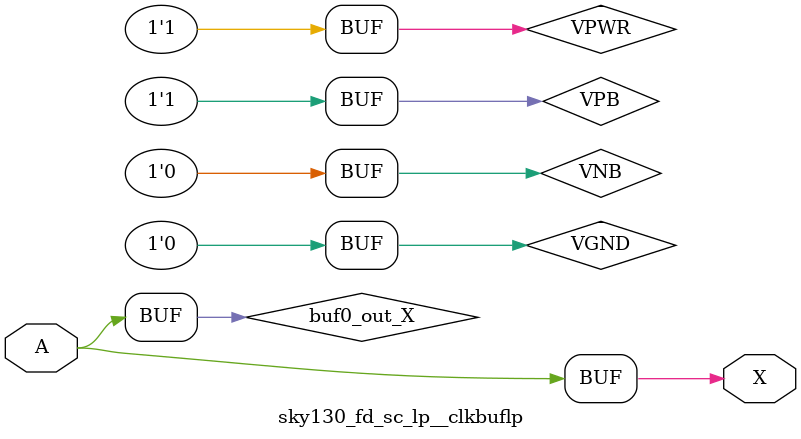
<source format=v>
/*
 * Copyright 2020 The SkyWater PDK Authors
 *
 * Licensed under the Apache License, Version 2.0 (the "License");
 * you may not use this file except in compliance with the License.
 * You may obtain a copy of the License at
 *
 *     https://www.apache.org/licenses/LICENSE-2.0
 *
 * Unless required by applicable law or agreed to in writing, software
 * distributed under the License is distributed on an "AS IS" BASIS,
 * WITHOUT WARRANTIES OR CONDITIONS OF ANY KIND, either express or implied.
 * See the License for the specific language governing permissions and
 * limitations under the License.
 *
 * SPDX-License-Identifier: Apache-2.0
*/


`ifndef SKY130_FD_SC_LP__CLKBUFLP_TIMING_V
`define SKY130_FD_SC_LP__CLKBUFLP_TIMING_V

/**
 * clkbuflp: Clock tree buffer, Low Power.
 *
 * Verilog simulation timing model.
 */

`timescale 1ns / 1ps
`default_nettype none

`celldefine
module sky130_fd_sc_lp__clkbuflp (
    X,
    A
);

    // Module ports
    output X;
    input  A;

    // Module supplies
    supply1 VPWR;
    supply0 VGND;
    supply1 VPB ;
    supply0 VNB ;

    // Local signals
    wire buf0_out_X;

    //  Name  Output      Other arguments
    buf buf0 (buf0_out_X, A              );
    buf buf1 (X         , buf0_out_X     );

endmodule
`endcelldefine

`default_nettype wire
`endif  // SKY130_FD_SC_LP__CLKBUFLP_TIMING_V

</source>
